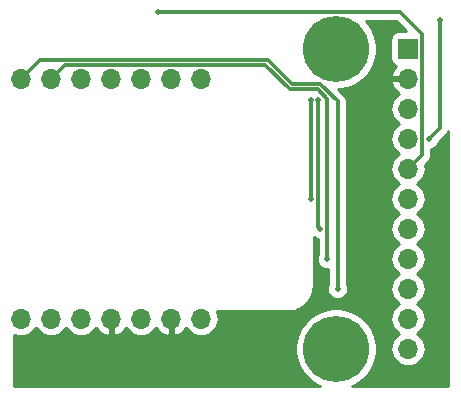
<source format=gbr>
G04 #@! TF.GenerationSoftware,KiCad,Pcbnew,(5.1.2)-1*
G04 #@! TF.CreationDate,2019-11-05T15:03:04-06:00*
G04 #@! TF.ProjectId,laser_mount_board,6c617365-725f-46d6-9f75-6e745f626f61,rev?*
G04 #@! TF.SameCoordinates,Original*
G04 #@! TF.FileFunction,Copper,L2,Bot*
G04 #@! TF.FilePolarity,Positive*
%FSLAX46Y46*%
G04 Gerber Fmt 4.6, Leading zero omitted, Abs format (unit mm)*
G04 Created by KiCad (PCBNEW (5.1.2)-1) date 2019-11-05 15:03:04*
%MOMM*%
%LPD*%
G04 APERTURE LIST*
%ADD10C,5.600000*%
%ADD11O,1.700000X1.700000*%
%ADD12R,1.700000X1.700000*%
%ADD13C,0.508000*%
%ADD14C,0.304800*%
%ADD15C,0.254000*%
G04 APERTURE END LIST*
D10*
X145796000Y-88900000D03*
X145796000Y-114300000D03*
D11*
X151892000Y-114300000D03*
X151892000Y-111760000D03*
X151892000Y-109220000D03*
X151892000Y-106680000D03*
X151892000Y-104140000D03*
X151892000Y-101600000D03*
X151892000Y-99060000D03*
X151892000Y-96520000D03*
X151892000Y-93980000D03*
X151892000Y-91440000D03*
D12*
X151892000Y-88900000D03*
D11*
X134366000Y-91440000D03*
X131826000Y-91440000D03*
X129286000Y-91440000D03*
X126746000Y-91440000D03*
X124206000Y-91440000D03*
X121666000Y-91440000D03*
X119126000Y-91440000D03*
X119126000Y-111760000D03*
X121666000Y-111760000D03*
X124206000Y-111760000D03*
X126746000Y-111760000D03*
X129286000Y-111760000D03*
X131826000Y-111760000D03*
X134366000Y-111760000D03*
D13*
X145923000Y-109220000D03*
X145034000Y-106680000D03*
X144297403Y-93218000D03*
X144399000Y-104140000D03*
X143637000Y-93218000D03*
X143675100Y-101600000D03*
X130681695Y-85795199D03*
X154559000Y-86487000D03*
X153670000Y-96520000D03*
D14*
X119975999Y-90590001D02*
X119126000Y-91440000D01*
X145923000Y-109220000D02*
X145923000Y-93369980D01*
X145923000Y-93369980D02*
X144424810Y-91871790D01*
X144424810Y-91871790D02*
X142048382Y-91871790D01*
X142048382Y-91871790D02*
X140004581Y-89827989D01*
X140004581Y-89827989D02*
X120738011Y-89827989D01*
X120738011Y-89827989D02*
X119975999Y-90590001D01*
X145034000Y-93127571D02*
X145034000Y-106680000D01*
X144235428Y-92329000D02*
X145034000Y-93127571D01*
X141859000Y-92329000D02*
X144235428Y-92329000D01*
X139815199Y-90285199D02*
X141859000Y-92329000D01*
X121666000Y-91440000D02*
X122820801Y-90285199D01*
X122820801Y-90285199D02*
X139815199Y-90285199D01*
X144297403Y-93218000D02*
X144297403Y-104038403D01*
X144297403Y-104038403D02*
X144399000Y-104140000D01*
X143637000Y-93218000D02*
X143637000Y-101561900D01*
X143637000Y-101561900D02*
X143675100Y-101600000D01*
X130681695Y-85795199D02*
X151200199Y-85795199D01*
X152741999Y-98210001D02*
X151892000Y-99060000D01*
X153046801Y-97905199D02*
X152741999Y-98210001D01*
X153046801Y-87641801D02*
X153046801Y-97905199D01*
X151200199Y-85795199D02*
X153046801Y-87641801D01*
X154559000Y-95631000D02*
X153670000Y-96520000D01*
X154559000Y-94488000D02*
X154559000Y-95631000D01*
X154559000Y-86487000D02*
X154559000Y-94488000D01*
D15*
G36*
X151703377Y-87411928D02*
G01*
X151042000Y-87411928D01*
X150917518Y-87424188D01*
X150797820Y-87460498D01*
X150687506Y-87519463D01*
X150590815Y-87598815D01*
X150511463Y-87695506D01*
X150452498Y-87805820D01*
X150416188Y-87925518D01*
X150403928Y-88050000D01*
X150403928Y-89750000D01*
X150416188Y-89874482D01*
X150452498Y-89994180D01*
X150511463Y-90104494D01*
X150590815Y-90201185D01*
X150687506Y-90280537D01*
X150797820Y-90339502D01*
X150878466Y-90363966D01*
X150794412Y-90439731D01*
X150620359Y-90673080D01*
X150495175Y-90935901D01*
X150450524Y-91083110D01*
X150571845Y-91313000D01*
X151765000Y-91313000D01*
X151765000Y-91293000D01*
X152019000Y-91293000D01*
X152019000Y-91313000D01*
X152039000Y-91313000D01*
X152039000Y-91567000D01*
X152019000Y-91567000D01*
X152019000Y-91587000D01*
X151765000Y-91587000D01*
X151765000Y-91567000D01*
X150571845Y-91567000D01*
X150450524Y-91796890D01*
X150495175Y-91944099D01*
X150620359Y-92206920D01*
X150794412Y-92440269D01*
X151010645Y-92635178D01*
X151127523Y-92704799D01*
X151062986Y-92739294D01*
X150836866Y-92924866D01*
X150651294Y-93150986D01*
X150513401Y-93408966D01*
X150428487Y-93688889D01*
X150399815Y-93980000D01*
X150428487Y-94271111D01*
X150513401Y-94551034D01*
X150651294Y-94809014D01*
X150836866Y-95035134D01*
X151062986Y-95220706D01*
X151117791Y-95250000D01*
X151062986Y-95279294D01*
X150836866Y-95464866D01*
X150651294Y-95690986D01*
X150513401Y-95948966D01*
X150428487Y-96228889D01*
X150399815Y-96520000D01*
X150428487Y-96811111D01*
X150513401Y-97091034D01*
X150651294Y-97349014D01*
X150836866Y-97575134D01*
X151062986Y-97760706D01*
X151117791Y-97790000D01*
X151062986Y-97819294D01*
X150836866Y-98004866D01*
X150651294Y-98230986D01*
X150513401Y-98488966D01*
X150428487Y-98768889D01*
X150399815Y-99060000D01*
X150428487Y-99351111D01*
X150513401Y-99631034D01*
X150651294Y-99889014D01*
X150836866Y-100115134D01*
X151062986Y-100300706D01*
X151117791Y-100330000D01*
X151062986Y-100359294D01*
X150836866Y-100544866D01*
X150651294Y-100770986D01*
X150513401Y-101028966D01*
X150428487Y-101308889D01*
X150399815Y-101600000D01*
X150428487Y-101891111D01*
X150513401Y-102171034D01*
X150651294Y-102429014D01*
X150836866Y-102655134D01*
X151062986Y-102840706D01*
X151117791Y-102870000D01*
X151062986Y-102899294D01*
X150836866Y-103084866D01*
X150651294Y-103310986D01*
X150513401Y-103568966D01*
X150428487Y-103848889D01*
X150399815Y-104140000D01*
X150428487Y-104431111D01*
X150513401Y-104711034D01*
X150651294Y-104969014D01*
X150836866Y-105195134D01*
X151062986Y-105380706D01*
X151117791Y-105410000D01*
X151062986Y-105439294D01*
X150836866Y-105624866D01*
X150651294Y-105850986D01*
X150513401Y-106108966D01*
X150428487Y-106388889D01*
X150399815Y-106680000D01*
X150428487Y-106971111D01*
X150513401Y-107251034D01*
X150651294Y-107509014D01*
X150836866Y-107735134D01*
X151062986Y-107920706D01*
X151117791Y-107950000D01*
X151062986Y-107979294D01*
X150836866Y-108164866D01*
X150651294Y-108390986D01*
X150513401Y-108648966D01*
X150428487Y-108928889D01*
X150399815Y-109220000D01*
X150428487Y-109511111D01*
X150513401Y-109791034D01*
X150651294Y-110049014D01*
X150836866Y-110275134D01*
X151062986Y-110460706D01*
X151117791Y-110490000D01*
X151062986Y-110519294D01*
X150836866Y-110704866D01*
X150651294Y-110930986D01*
X150513401Y-111188966D01*
X150428487Y-111468889D01*
X150399815Y-111760000D01*
X150428487Y-112051111D01*
X150513401Y-112331034D01*
X150651294Y-112589014D01*
X150836866Y-112815134D01*
X151062986Y-113000706D01*
X151117791Y-113030000D01*
X151062986Y-113059294D01*
X150836866Y-113244866D01*
X150651294Y-113470986D01*
X150513401Y-113728966D01*
X150428487Y-114008889D01*
X150399815Y-114300000D01*
X150428487Y-114591111D01*
X150513401Y-114871034D01*
X150651294Y-115129014D01*
X150836866Y-115355134D01*
X151062986Y-115540706D01*
X151320966Y-115678599D01*
X151600889Y-115763513D01*
X151819050Y-115785000D01*
X151964950Y-115785000D01*
X152183111Y-115763513D01*
X152463034Y-115678599D01*
X152721014Y-115540706D01*
X152947134Y-115355134D01*
X153132706Y-115129014D01*
X153270599Y-114871034D01*
X153355513Y-114591111D01*
X153384185Y-114300000D01*
X153355513Y-114008889D01*
X153270599Y-113728966D01*
X153132706Y-113470986D01*
X152947134Y-113244866D01*
X152721014Y-113059294D01*
X152666209Y-113030000D01*
X152721014Y-113000706D01*
X152947134Y-112815134D01*
X153132706Y-112589014D01*
X153270599Y-112331034D01*
X153355513Y-112051111D01*
X153384185Y-111760000D01*
X153355513Y-111468889D01*
X153270599Y-111188966D01*
X153132706Y-110930986D01*
X152947134Y-110704866D01*
X152721014Y-110519294D01*
X152666209Y-110490000D01*
X152721014Y-110460706D01*
X152947134Y-110275134D01*
X153132706Y-110049014D01*
X153270599Y-109791034D01*
X153355513Y-109511111D01*
X153384185Y-109220000D01*
X153355513Y-108928889D01*
X153270599Y-108648966D01*
X153132706Y-108390986D01*
X152947134Y-108164866D01*
X152721014Y-107979294D01*
X152666209Y-107950000D01*
X152721014Y-107920706D01*
X152947134Y-107735134D01*
X153132706Y-107509014D01*
X153270599Y-107251034D01*
X153355513Y-106971111D01*
X153384185Y-106680000D01*
X153355513Y-106388889D01*
X153270599Y-106108966D01*
X153132706Y-105850986D01*
X152947134Y-105624866D01*
X152721014Y-105439294D01*
X152666209Y-105410000D01*
X152721014Y-105380706D01*
X152947134Y-105195134D01*
X153132706Y-104969014D01*
X153270599Y-104711034D01*
X153355513Y-104431111D01*
X153384185Y-104140000D01*
X153355513Y-103848889D01*
X153270599Y-103568966D01*
X153132706Y-103310986D01*
X152947134Y-103084866D01*
X152721014Y-102899294D01*
X152666209Y-102870000D01*
X152721014Y-102840706D01*
X152947134Y-102655134D01*
X153132706Y-102429014D01*
X153270599Y-102171034D01*
X153355513Y-101891111D01*
X153384185Y-101600000D01*
X153355513Y-101308889D01*
X153270599Y-101028966D01*
X153132706Y-100770986D01*
X152947134Y-100544866D01*
X152721014Y-100359294D01*
X152666209Y-100330000D01*
X152721014Y-100300706D01*
X152947134Y-100115134D01*
X153132706Y-99889014D01*
X153270599Y-99631034D01*
X153355513Y-99351111D01*
X153384185Y-99060000D01*
X153355513Y-98768889D01*
X153341816Y-98723735D01*
X153576228Y-98489323D01*
X153606270Y-98464668D01*
X153704667Y-98344771D01*
X153777783Y-98207982D01*
X153822807Y-98059556D01*
X153834201Y-97943872D01*
X153834201Y-97943863D01*
X153838009Y-97905200D01*
X153834201Y-97866537D01*
X153834201Y-97393755D01*
X153929312Y-97374836D01*
X154091099Y-97307821D01*
X154236704Y-97210531D01*
X154360531Y-97086704D01*
X154457821Y-96941099D01*
X154524836Y-96779312D01*
X154524984Y-96778566D01*
X155088428Y-96215123D01*
X155118469Y-96190469D01*
X155193617Y-96098901D01*
X155216866Y-96070573D01*
X155289982Y-95933783D01*
X155308300Y-95873395D01*
X155308301Y-117462300D01*
X147137618Y-117462300D01*
X147423082Y-117344057D01*
X147985685Y-116968138D01*
X148464138Y-116489685D01*
X148840057Y-115927082D01*
X149098994Y-115301952D01*
X149231000Y-114638318D01*
X149231000Y-113961682D01*
X149098994Y-113298048D01*
X148840057Y-112672918D01*
X148464138Y-112110315D01*
X147985685Y-111631862D01*
X147423082Y-111255943D01*
X146797952Y-110997006D01*
X146134318Y-110865000D01*
X145457682Y-110865000D01*
X144794048Y-110997006D01*
X144168918Y-111255943D01*
X143606315Y-111631862D01*
X143127862Y-112110315D01*
X142751943Y-112672918D01*
X142493006Y-113298048D01*
X142361000Y-113961682D01*
X142361000Y-114638318D01*
X142493006Y-115301952D01*
X142751943Y-115927082D01*
X143127862Y-116489685D01*
X143606315Y-116968138D01*
X144168918Y-117344057D01*
X144454382Y-117462300D01*
X118503702Y-117462300D01*
X118503702Y-113111198D01*
X118554966Y-113138599D01*
X118834889Y-113223513D01*
X119053050Y-113245000D01*
X119198950Y-113245000D01*
X119417111Y-113223513D01*
X119697034Y-113138599D01*
X119955014Y-113000706D01*
X120181134Y-112815134D01*
X120366706Y-112589014D01*
X120396000Y-112534209D01*
X120425294Y-112589014D01*
X120610866Y-112815134D01*
X120836986Y-113000706D01*
X121094966Y-113138599D01*
X121374889Y-113223513D01*
X121593050Y-113245000D01*
X121738950Y-113245000D01*
X121957111Y-113223513D01*
X122237034Y-113138599D01*
X122495014Y-113000706D01*
X122721134Y-112815134D01*
X122906706Y-112589014D01*
X122936000Y-112534209D01*
X122965294Y-112589014D01*
X123150866Y-112815134D01*
X123376986Y-113000706D01*
X123634966Y-113138599D01*
X123914889Y-113223513D01*
X124133050Y-113245000D01*
X124278950Y-113245000D01*
X124497111Y-113223513D01*
X124777034Y-113138599D01*
X125035014Y-113000706D01*
X125261134Y-112815134D01*
X125446706Y-112589014D01*
X125481201Y-112524477D01*
X125550822Y-112641355D01*
X125745731Y-112857588D01*
X125979080Y-113031641D01*
X126241901Y-113156825D01*
X126389110Y-113201476D01*
X126619000Y-113080155D01*
X126619000Y-111887000D01*
X126599000Y-111887000D01*
X126599000Y-111633000D01*
X126619000Y-111633000D01*
X126619000Y-111613000D01*
X126873000Y-111613000D01*
X126873000Y-111633000D01*
X126893000Y-111633000D01*
X126893000Y-111887000D01*
X126873000Y-111887000D01*
X126873000Y-113080155D01*
X127102890Y-113201476D01*
X127250099Y-113156825D01*
X127512920Y-113031641D01*
X127746269Y-112857588D01*
X127941178Y-112641355D01*
X128010799Y-112524477D01*
X128045294Y-112589014D01*
X128230866Y-112815134D01*
X128456986Y-113000706D01*
X128714966Y-113138599D01*
X128994889Y-113223513D01*
X129213050Y-113245000D01*
X129358950Y-113245000D01*
X129577111Y-113223513D01*
X129857034Y-113138599D01*
X130115014Y-113000706D01*
X130341134Y-112815134D01*
X130526706Y-112589014D01*
X130561201Y-112524477D01*
X130630822Y-112641355D01*
X130825731Y-112857588D01*
X131059080Y-113031641D01*
X131321901Y-113156825D01*
X131469110Y-113201476D01*
X131699000Y-113080155D01*
X131699000Y-111887000D01*
X131679000Y-111887000D01*
X131679000Y-111633000D01*
X131699000Y-111633000D01*
X131699000Y-111613000D01*
X131953000Y-111613000D01*
X131953000Y-111633000D01*
X131973000Y-111633000D01*
X131973000Y-111887000D01*
X131953000Y-111887000D01*
X131953000Y-113080155D01*
X132182890Y-113201476D01*
X132330099Y-113156825D01*
X132592920Y-113031641D01*
X132826269Y-112857588D01*
X133021178Y-112641355D01*
X133090799Y-112524477D01*
X133125294Y-112589014D01*
X133310866Y-112815134D01*
X133536986Y-113000706D01*
X133794966Y-113138599D01*
X134074889Y-113223513D01*
X134293050Y-113245000D01*
X134438950Y-113245000D01*
X134657111Y-113223513D01*
X134937034Y-113138599D01*
X135195014Y-113000706D01*
X135421134Y-112815134D01*
X135606706Y-112589014D01*
X135744599Y-112331034D01*
X135829513Y-112051111D01*
X135858185Y-111760000D01*
X135829513Y-111468889D01*
X135744599Y-111188966D01*
X135717197Y-111137700D01*
X141763810Y-111137700D01*
X141791920Y-111134931D01*
X141801342Y-111134997D01*
X141810343Y-111134115D01*
X142106146Y-111103025D01*
X142163667Y-111091218D01*
X142221318Y-111080220D01*
X142229970Y-111077608D01*
X142229974Y-111077607D01*
X142229977Y-111077606D01*
X142514107Y-110989652D01*
X142568251Y-110966892D01*
X142622652Y-110944913D01*
X142630629Y-110940671D01*
X142630639Y-110940667D01*
X142630647Y-110940662D01*
X142892272Y-110799202D01*
X142940979Y-110766349D01*
X142990061Y-110734231D01*
X142997059Y-110728523D01*
X142997071Y-110728515D01*
X142997080Y-110728506D01*
X143226245Y-110538926D01*
X143267630Y-110497252D01*
X143309555Y-110456196D01*
X143315314Y-110449234D01*
X143315318Y-110449230D01*
X143315321Y-110449226D01*
X143503305Y-110218734D01*
X143535791Y-110169839D01*
X143568958Y-110121400D01*
X143573259Y-110113445D01*
X143712895Y-109850827D01*
X143735293Y-109796486D01*
X143758390Y-109742597D01*
X143761065Y-109733958D01*
X143847033Y-109449220D01*
X143858438Y-109391623D01*
X143870641Y-109334210D01*
X143871586Y-109325217D01*
X143900610Y-109029204D01*
X143900610Y-109029171D01*
X143903699Y-108997809D01*
X143903700Y-104878241D01*
X143977901Y-104927821D01*
X144139688Y-104994836D01*
X144246601Y-105016102D01*
X144246601Y-106258269D01*
X144246179Y-106258901D01*
X144179164Y-106420688D01*
X144145000Y-106592441D01*
X144145000Y-106767559D01*
X144179164Y-106939312D01*
X144246179Y-107101099D01*
X144343469Y-107246704D01*
X144467296Y-107370531D01*
X144612901Y-107467821D01*
X144774688Y-107534836D01*
X144946441Y-107569000D01*
X145121559Y-107569000D01*
X145135600Y-107566207D01*
X145135600Y-108798271D01*
X145135179Y-108798901D01*
X145068164Y-108960688D01*
X145034000Y-109132441D01*
X145034000Y-109307559D01*
X145068164Y-109479312D01*
X145135179Y-109641099D01*
X145232469Y-109786704D01*
X145356296Y-109910531D01*
X145501901Y-110007821D01*
X145663688Y-110074836D01*
X145835441Y-110109000D01*
X146010559Y-110109000D01*
X146182312Y-110074836D01*
X146344099Y-110007821D01*
X146489704Y-109910531D01*
X146613531Y-109786704D01*
X146710821Y-109641099D01*
X146777836Y-109479312D01*
X146812000Y-109307559D01*
X146812000Y-109132441D01*
X146777836Y-108960688D01*
X146710821Y-108798901D01*
X146710400Y-108798271D01*
X146710400Y-93408645D01*
X146714208Y-93369980D01*
X146710400Y-93331315D01*
X146710400Y-93331307D01*
X146699006Y-93215623D01*
X146653982Y-93067197D01*
X146580866Y-92930408D01*
X146553389Y-92896927D01*
X146507122Y-92840550D01*
X146507119Y-92840547D01*
X146482469Y-92810511D01*
X146452433Y-92785861D01*
X146001571Y-92335000D01*
X146134318Y-92335000D01*
X146797952Y-92202994D01*
X147423082Y-91944057D01*
X147985685Y-91568138D01*
X148464138Y-91089685D01*
X148840057Y-90527082D01*
X149098994Y-89901952D01*
X149231000Y-89238318D01*
X149231000Y-88561682D01*
X149098994Y-87898048D01*
X148840057Y-87272918D01*
X148464138Y-86710315D01*
X148336422Y-86582599D01*
X150874049Y-86582599D01*
X151703377Y-87411928D01*
X151703377Y-87411928D01*
G37*
X151703377Y-87411928D02*
X151042000Y-87411928D01*
X150917518Y-87424188D01*
X150797820Y-87460498D01*
X150687506Y-87519463D01*
X150590815Y-87598815D01*
X150511463Y-87695506D01*
X150452498Y-87805820D01*
X150416188Y-87925518D01*
X150403928Y-88050000D01*
X150403928Y-89750000D01*
X150416188Y-89874482D01*
X150452498Y-89994180D01*
X150511463Y-90104494D01*
X150590815Y-90201185D01*
X150687506Y-90280537D01*
X150797820Y-90339502D01*
X150878466Y-90363966D01*
X150794412Y-90439731D01*
X150620359Y-90673080D01*
X150495175Y-90935901D01*
X150450524Y-91083110D01*
X150571845Y-91313000D01*
X151765000Y-91313000D01*
X151765000Y-91293000D01*
X152019000Y-91293000D01*
X152019000Y-91313000D01*
X152039000Y-91313000D01*
X152039000Y-91567000D01*
X152019000Y-91567000D01*
X152019000Y-91587000D01*
X151765000Y-91587000D01*
X151765000Y-91567000D01*
X150571845Y-91567000D01*
X150450524Y-91796890D01*
X150495175Y-91944099D01*
X150620359Y-92206920D01*
X150794412Y-92440269D01*
X151010645Y-92635178D01*
X151127523Y-92704799D01*
X151062986Y-92739294D01*
X150836866Y-92924866D01*
X150651294Y-93150986D01*
X150513401Y-93408966D01*
X150428487Y-93688889D01*
X150399815Y-93980000D01*
X150428487Y-94271111D01*
X150513401Y-94551034D01*
X150651294Y-94809014D01*
X150836866Y-95035134D01*
X151062986Y-95220706D01*
X151117791Y-95250000D01*
X151062986Y-95279294D01*
X150836866Y-95464866D01*
X150651294Y-95690986D01*
X150513401Y-95948966D01*
X150428487Y-96228889D01*
X150399815Y-96520000D01*
X150428487Y-96811111D01*
X150513401Y-97091034D01*
X150651294Y-97349014D01*
X150836866Y-97575134D01*
X151062986Y-97760706D01*
X151117791Y-97790000D01*
X151062986Y-97819294D01*
X150836866Y-98004866D01*
X150651294Y-98230986D01*
X150513401Y-98488966D01*
X150428487Y-98768889D01*
X150399815Y-99060000D01*
X150428487Y-99351111D01*
X150513401Y-99631034D01*
X150651294Y-99889014D01*
X150836866Y-100115134D01*
X151062986Y-100300706D01*
X151117791Y-100330000D01*
X151062986Y-100359294D01*
X150836866Y-100544866D01*
X150651294Y-100770986D01*
X150513401Y-101028966D01*
X150428487Y-101308889D01*
X150399815Y-101600000D01*
X150428487Y-101891111D01*
X150513401Y-102171034D01*
X150651294Y-102429014D01*
X150836866Y-102655134D01*
X151062986Y-102840706D01*
X151117791Y-102870000D01*
X151062986Y-102899294D01*
X150836866Y-103084866D01*
X150651294Y-103310986D01*
X150513401Y-103568966D01*
X150428487Y-103848889D01*
X150399815Y-104140000D01*
X150428487Y-104431111D01*
X150513401Y-104711034D01*
X150651294Y-104969014D01*
X150836866Y-105195134D01*
X151062986Y-105380706D01*
X151117791Y-105410000D01*
X151062986Y-105439294D01*
X150836866Y-105624866D01*
X150651294Y-105850986D01*
X150513401Y-106108966D01*
X150428487Y-106388889D01*
X150399815Y-106680000D01*
X150428487Y-106971111D01*
X150513401Y-107251034D01*
X150651294Y-107509014D01*
X150836866Y-107735134D01*
X151062986Y-107920706D01*
X151117791Y-107950000D01*
X151062986Y-107979294D01*
X150836866Y-108164866D01*
X150651294Y-108390986D01*
X150513401Y-108648966D01*
X150428487Y-108928889D01*
X150399815Y-109220000D01*
X150428487Y-109511111D01*
X150513401Y-109791034D01*
X150651294Y-110049014D01*
X150836866Y-110275134D01*
X151062986Y-110460706D01*
X151117791Y-110490000D01*
X151062986Y-110519294D01*
X150836866Y-110704866D01*
X150651294Y-110930986D01*
X150513401Y-111188966D01*
X150428487Y-111468889D01*
X150399815Y-111760000D01*
X150428487Y-112051111D01*
X150513401Y-112331034D01*
X150651294Y-112589014D01*
X150836866Y-112815134D01*
X151062986Y-113000706D01*
X151117791Y-113030000D01*
X151062986Y-113059294D01*
X150836866Y-113244866D01*
X150651294Y-113470986D01*
X150513401Y-113728966D01*
X150428487Y-114008889D01*
X150399815Y-114300000D01*
X150428487Y-114591111D01*
X150513401Y-114871034D01*
X150651294Y-115129014D01*
X150836866Y-115355134D01*
X151062986Y-115540706D01*
X151320966Y-115678599D01*
X151600889Y-115763513D01*
X151819050Y-115785000D01*
X151964950Y-115785000D01*
X152183111Y-115763513D01*
X152463034Y-115678599D01*
X152721014Y-115540706D01*
X152947134Y-115355134D01*
X153132706Y-115129014D01*
X153270599Y-114871034D01*
X153355513Y-114591111D01*
X153384185Y-114300000D01*
X153355513Y-114008889D01*
X153270599Y-113728966D01*
X153132706Y-113470986D01*
X152947134Y-113244866D01*
X152721014Y-113059294D01*
X152666209Y-113030000D01*
X152721014Y-113000706D01*
X152947134Y-112815134D01*
X153132706Y-112589014D01*
X153270599Y-112331034D01*
X153355513Y-112051111D01*
X153384185Y-111760000D01*
X153355513Y-111468889D01*
X153270599Y-111188966D01*
X153132706Y-110930986D01*
X152947134Y-110704866D01*
X152721014Y-110519294D01*
X152666209Y-110490000D01*
X152721014Y-110460706D01*
X152947134Y-110275134D01*
X153132706Y-110049014D01*
X153270599Y-109791034D01*
X153355513Y-109511111D01*
X153384185Y-109220000D01*
X153355513Y-108928889D01*
X153270599Y-108648966D01*
X153132706Y-108390986D01*
X152947134Y-108164866D01*
X152721014Y-107979294D01*
X152666209Y-107950000D01*
X152721014Y-107920706D01*
X152947134Y-107735134D01*
X153132706Y-107509014D01*
X153270599Y-107251034D01*
X153355513Y-106971111D01*
X153384185Y-106680000D01*
X153355513Y-106388889D01*
X153270599Y-106108966D01*
X153132706Y-105850986D01*
X152947134Y-105624866D01*
X152721014Y-105439294D01*
X152666209Y-105410000D01*
X152721014Y-105380706D01*
X152947134Y-105195134D01*
X153132706Y-104969014D01*
X153270599Y-104711034D01*
X153355513Y-104431111D01*
X153384185Y-104140000D01*
X153355513Y-103848889D01*
X153270599Y-103568966D01*
X153132706Y-103310986D01*
X152947134Y-103084866D01*
X152721014Y-102899294D01*
X152666209Y-102870000D01*
X152721014Y-102840706D01*
X152947134Y-102655134D01*
X153132706Y-102429014D01*
X153270599Y-102171034D01*
X153355513Y-101891111D01*
X153384185Y-101600000D01*
X153355513Y-101308889D01*
X153270599Y-101028966D01*
X153132706Y-100770986D01*
X152947134Y-100544866D01*
X152721014Y-100359294D01*
X152666209Y-100330000D01*
X152721014Y-100300706D01*
X152947134Y-100115134D01*
X153132706Y-99889014D01*
X153270599Y-99631034D01*
X153355513Y-99351111D01*
X153384185Y-99060000D01*
X153355513Y-98768889D01*
X153341816Y-98723735D01*
X153576228Y-98489323D01*
X153606270Y-98464668D01*
X153704667Y-98344771D01*
X153777783Y-98207982D01*
X153822807Y-98059556D01*
X153834201Y-97943872D01*
X153834201Y-97943863D01*
X153838009Y-97905200D01*
X153834201Y-97866537D01*
X153834201Y-97393755D01*
X153929312Y-97374836D01*
X154091099Y-97307821D01*
X154236704Y-97210531D01*
X154360531Y-97086704D01*
X154457821Y-96941099D01*
X154524836Y-96779312D01*
X154524984Y-96778566D01*
X155088428Y-96215123D01*
X155118469Y-96190469D01*
X155193617Y-96098901D01*
X155216866Y-96070573D01*
X155289982Y-95933783D01*
X155308300Y-95873395D01*
X155308301Y-117462300D01*
X147137618Y-117462300D01*
X147423082Y-117344057D01*
X147985685Y-116968138D01*
X148464138Y-116489685D01*
X148840057Y-115927082D01*
X149098994Y-115301952D01*
X149231000Y-114638318D01*
X149231000Y-113961682D01*
X149098994Y-113298048D01*
X148840057Y-112672918D01*
X148464138Y-112110315D01*
X147985685Y-111631862D01*
X147423082Y-111255943D01*
X146797952Y-110997006D01*
X146134318Y-110865000D01*
X145457682Y-110865000D01*
X144794048Y-110997006D01*
X144168918Y-111255943D01*
X143606315Y-111631862D01*
X143127862Y-112110315D01*
X142751943Y-112672918D01*
X142493006Y-113298048D01*
X142361000Y-113961682D01*
X142361000Y-114638318D01*
X142493006Y-115301952D01*
X142751943Y-115927082D01*
X143127862Y-116489685D01*
X143606315Y-116968138D01*
X144168918Y-117344057D01*
X144454382Y-117462300D01*
X118503702Y-117462300D01*
X118503702Y-113111198D01*
X118554966Y-113138599D01*
X118834889Y-113223513D01*
X119053050Y-113245000D01*
X119198950Y-113245000D01*
X119417111Y-113223513D01*
X119697034Y-113138599D01*
X119955014Y-113000706D01*
X120181134Y-112815134D01*
X120366706Y-112589014D01*
X120396000Y-112534209D01*
X120425294Y-112589014D01*
X120610866Y-112815134D01*
X120836986Y-113000706D01*
X121094966Y-113138599D01*
X121374889Y-113223513D01*
X121593050Y-113245000D01*
X121738950Y-113245000D01*
X121957111Y-113223513D01*
X122237034Y-113138599D01*
X122495014Y-113000706D01*
X122721134Y-112815134D01*
X122906706Y-112589014D01*
X122936000Y-112534209D01*
X122965294Y-112589014D01*
X123150866Y-112815134D01*
X123376986Y-113000706D01*
X123634966Y-113138599D01*
X123914889Y-113223513D01*
X124133050Y-113245000D01*
X124278950Y-113245000D01*
X124497111Y-113223513D01*
X124777034Y-113138599D01*
X125035014Y-113000706D01*
X125261134Y-112815134D01*
X125446706Y-112589014D01*
X125481201Y-112524477D01*
X125550822Y-112641355D01*
X125745731Y-112857588D01*
X125979080Y-113031641D01*
X126241901Y-113156825D01*
X126389110Y-113201476D01*
X126619000Y-113080155D01*
X126619000Y-111887000D01*
X126599000Y-111887000D01*
X126599000Y-111633000D01*
X126619000Y-111633000D01*
X126619000Y-111613000D01*
X126873000Y-111613000D01*
X126873000Y-111633000D01*
X126893000Y-111633000D01*
X126893000Y-111887000D01*
X126873000Y-111887000D01*
X126873000Y-113080155D01*
X127102890Y-113201476D01*
X127250099Y-113156825D01*
X127512920Y-113031641D01*
X127746269Y-112857588D01*
X127941178Y-112641355D01*
X128010799Y-112524477D01*
X128045294Y-112589014D01*
X128230866Y-112815134D01*
X128456986Y-113000706D01*
X128714966Y-113138599D01*
X128994889Y-113223513D01*
X129213050Y-113245000D01*
X129358950Y-113245000D01*
X129577111Y-113223513D01*
X129857034Y-113138599D01*
X130115014Y-113000706D01*
X130341134Y-112815134D01*
X130526706Y-112589014D01*
X130561201Y-112524477D01*
X130630822Y-112641355D01*
X130825731Y-112857588D01*
X131059080Y-113031641D01*
X131321901Y-113156825D01*
X131469110Y-113201476D01*
X131699000Y-113080155D01*
X131699000Y-111887000D01*
X131679000Y-111887000D01*
X131679000Y-111633000D01*
X131699000Y-111633000D01*
X131699000Y-111613000D01*
X131953000Y-111613000D01*
X131953000Y-111633000D01*
X131973000Y-111633000D01*
X131973000Y-111887000D01*
X131953000Y-111887000D01*
X131953000Y-113080155D01*
X132182890Y-113201476D01*
X132330099Y-113156825D01*
X132592920Y-113031641D01*
X132826269Y-112857588D01*
X133021178Y-112641355D01*
X133090799Y-112524477D01*
X133125294Y-112589014D01*
X133310866Y-112815134D01*
X133536986Y-113000706D01*
X133794966Y-113138599D01*
X134074889Y-113223513D01*
X134293050Y-113245000D01*
X134438950Y-113245000D01*
X134657111Y-113223513D01*
X134937034Y-113138599D01*
X135195014Y-113000706D01*
X135421134Y-112815134D01*
X135606706Y-112589014D01*
X135744599Y-112331034D01*
X135829513Y-112051111D01*
X135858185Y-111760000D01*
X135829513Y-111468889D01*
X135744599Y-111188966D01*
X135717197Y-111137700D01*
X141763810Y-111137700D01*
X141791920Y-111134931D01*
X141801342Y-111134997D01*
X141810343Y-111134115D01*
X142106146Y-111103025D01*
X142163667Y-111091218D01*
X142221318Y-111080220D01*
X142229970Y-111077608D01*
X142229974Y-111077607D01*
X142229977Y-111077606D01*
X142514107Y-110989652D01*
X142568251Y-110966892D01*
X142622652Y-110944913D01*
X142630629Y-110940671D01*
X142630639Y-110940667D01*
X142630647Y-110940662D01*
X142892272Y-110799202D01*
X142940979Y-110766349D01*
X142990061Y-110734231D01*
X142997059Y-110728523D01*
X142997071Y-110728515D01*
X142997080Y-110728506D01*
X143226245Y-110538926D01*
X143267630Y-110497252D01*
X143309555Y-110456196D01*
X143315314Y-110449234D01*
X143315318Y-110449230D01*
X143315321Y-110449226D01*
X143503305Y-110218734D01*
X143535791Y-110169839D01*
X143568958Y-110121400D01*
X143573259Y-110113445D01*
X143712895Y-109850827D01*
X143735293Y-109796486D01*
X143758390Y-109742597D01*
X143761065Y-109733958D01*
X143847033Y-109449220D01*
X143858438Y-109391623D01*
X143870641Y-109334210D01*
X143871586Y-109325217D01*
X143900610Y-109029204D01*
X143900610Y-109029171D01*
X143903699Y-108997809D01*
X143903700Y-104878241D01*
X143977901Y-104927821D01*
X144139688Y-104994836D01*
X144246601Y-105016102D01*
X144246601Y-106258269D01*
X144246179Y-106258901D01*
X144179164Y-106420688D01*
X144145000Y-106592441D01*
X144145000Y-106767559D01*
X144179164Y-106939312D01*
X144246179Y-107101099D01*
X144343469Y-107246704D01*
X144467296Y-107370531D01*
X144612901Y-107467821D01*
X144774688Y-107534836D01*
X144946441Y-107569000D01*
X145121559Y-107569000D01*
X145135600Y-107566207D01*
X145135600Y-108798271D01*
X145135179Y-108798901D01*
X145068164Y-108960688D01*
X145034000Y-109132441D01*
X145034000Y-109307559D01*
X145068164Y-109479312D01*
X145135179Y-109641099D01*
X145232469Y-109786704D01*
X145356296Y-109910531D01*
X145501901Y-110007821D01*
X145663688Y-110074836D01*
X145835441Y-110109000D01*
X146010559Y-110109000D01*
X146182312Y-110074836D01*
X146344099Y-110007821D01*
X146489704Y-109910531D01*
X146613531Y-109786704D01*
X146710821Y-109641099D01*
X146777836Y-109479312D01*
X146812000Y-109307559D01*
X146812000Y-109132441D01*
X146777836Y-108960688D01*
X146710821Y-108798901D01*
X146710400Y-108798271D01*
X146710400Y-93408645D01*
X146714208Y-93369980D01*
X146710400Y-93331315D01*
X146710400Y-93331307D01*
X146699006Y-93215623D01*
X146653982Y-93067197D01*
X146580866Y-92930408D01*
X146553389Y-92896927D01*
X146507122Y-92840550D01*
X146507119Y-92840547D01*
X146482469Y-92810511D01*
X146452433Y-92785861D01*
X146001571Y-92335000D01*
X146134318Y-92335000D01*
X146797952Y-92202994D01*
X147423082Y-91944057D01*
X147985685Y-91568138D01*
X148464138Y-91089685D01*
X148840057Y-90527082D01*
X149098994Y-89901952D01*
X149231000Y-89238318D01*
X149231000Y-88561682D01*
X149098994Y-87898048D01*
X148840057Y-87272918D01*
X148464138Y-86710315D01*
X148336422Y-86582599D01*
X150874049Y-86582599D01*
X151703377Y-87411928D01*
M02*

</source>
